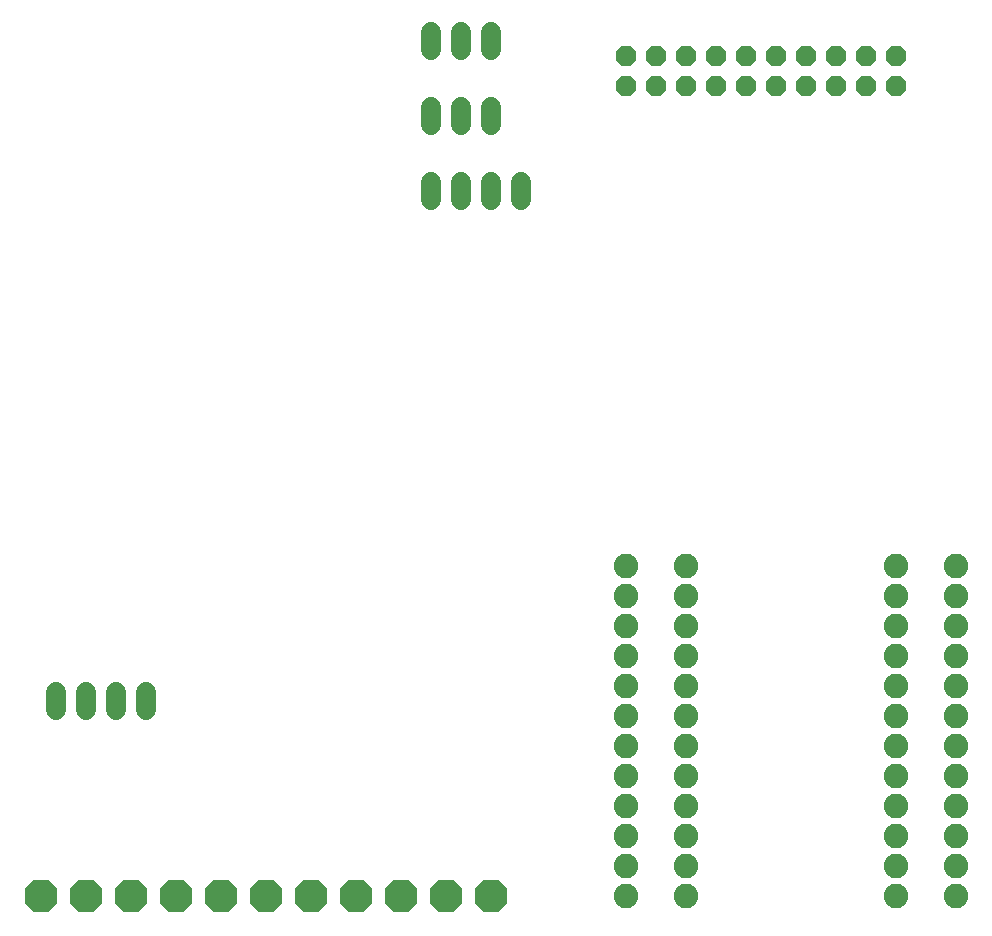
<source format=gbs>
G75*
G70*
%OFA0B0*%
%FSLAX24Y24*%
%IPPOS*%
%LPD*%
%AMOC8*
5,1,8,0,0,1.08239X$1,22.5*
%
%ADD10C,0.0820*%
%ADD11C,0.0680*%
%ADD12OC8,0.0680*%
%ADD13OC8,0.1085*%
D10*
X029243Y001705D03*
X029243Y002705D03*
X029243Y003705D03*
X029243Y004705D03*
X029243Y005705D03*
X029243Y006705D03*
X029243Y007705D03*
X029243Y008705D03*
X029243Y009705D03*
X029243Y010705D03*
X029243Y011705D03*
X029243Y012705D03*
X031243Y012705D03*
X031243Y011705D03*
X031243Y010705D03*
X031243Y009705D03*
X031243Y008705D03*
X031243Y007705D03*
X031243Y006705D03*
X031243Y005705D03*
X031243Y004705D03*
X031243Y003705D03*
X031243Y002705D03*
X031243Y001705D03*
X038243Y001705D03*
X038243Y002705D03*
X038243Y003705D03*
X038243Y004705D03*
X038243Y005705D03*
X038243Y006705D03*
X038243Y007705D03*
X038243Y008705D03*
X038243Y009705D03*
X038243Y010705D03*
X038243Y011705D03*
X038243Y012705D03*
X040243Y012705D03*
X040243Y011705D03*
X040243Y010705D03*
X040243Y009705D03*
X040243Y008705D03*
X040243Y007705D03*
X040243Y006705D03*
X040243Y005705D03*
X040243Y004705D03*
X040243Y003705D03*
X040243Y002705D03*
X040243Y001705D03*
D11*
X013243Y007905D02*
X013243Y008505D01*
X012243Y008505D02*
X012243Y007905D01*
X011243Y007905D02*
X011243Y008505D01*
X010243Y008505D02*
X010243Y007905D01*
X022743Y024905D02*
X022743Y025505D01*
X023743Y025505D02*
X023743Y024905D01*
X024743Y024905D02*
X024743Y025505D01*
X025743Y025505D02*
X025743Y024905D01*
X024743Y027405D02*
X024743Y028005D01*
X023743Y028005D02*
X023743Y027405D01*
X022743Y027405D02*
X022743Y028005D01*
X022743Y029905D02*
X022743Y030505D01*
X023743Y030505D02*
X023743Y029905D01*
X024743Y029905D02*
X024743Y030505D01*
D12*
X029243Y029705D03*
X030243Y029705D03*
X031243Y029705D03*
X032243Y029705D03*
X033243Y029705D03*
X034243Y029705D03*
X035243Y029705D03*
X036243Y029705D03*
X037243Y029705D03*
X038243Y029705D03*
X038243Y028705D03*
X037243Y028705D03*
X036243Y028705D03*
X035243Y028705D03*
X034243Y028705D03*
X033243Y028705D03*
X032243Y028705D03*
X031243Y028705D03*
X030243Y028705D03*
X029243Y028705D03*
D13*
X009743Y001705D03*
X011243Y001705D03*
X012743Y001705D03*
X014243Y001705D03*
X015743Y001705D03*
X017243Y001705D03*
X018743Y001705D03*
X020243Y001705D03*
X021743Y001705D03*
X023243Y001705D03*
X024743Y001705D03*
M02*

</source>
